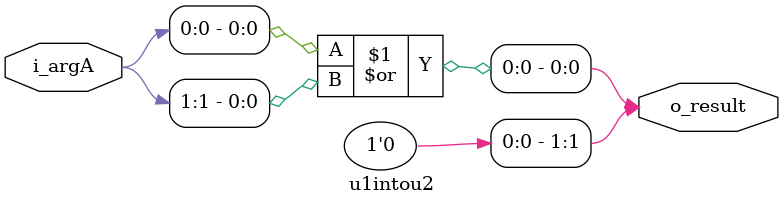
<source format=sv>
/* Generated by Yosys 0.10.0 (git sha1 UNKNOWN, clang 12.0.0 -fPIC -Os) */

module crc4_check(i_data, i_poly, o_crc);
  wire [7:0] crc_tmp;
  wire [31:0] i;
  input [3:0] i_data;
  input [1:0] i_poly;
  output [3:0] o_crc;
  wire [7:0] poly_tmp;
  wire [3:0] s_crc;
  wire [4:0] s_poly;
  assign crc_tmp = { i_data, 2'hx, i_poly };
  assign i = 32'd4294967295;
  assign o_crc = { 2'hx, i_poly };
  assign poly_tmp = 8'h0x;
  assign s_crc = { 2'hx, i_poly };
  assign s_poly = 5'hxx;
endmodule

module u1intou2(i_argA, o_result);
  input [1:0] i_argA;
  output [1:0] o_result;
  assign o_result[0] = i_argA[0] | i_argA[1];
  assign o_result[1] = 1'h0;
endmodule

</source>
